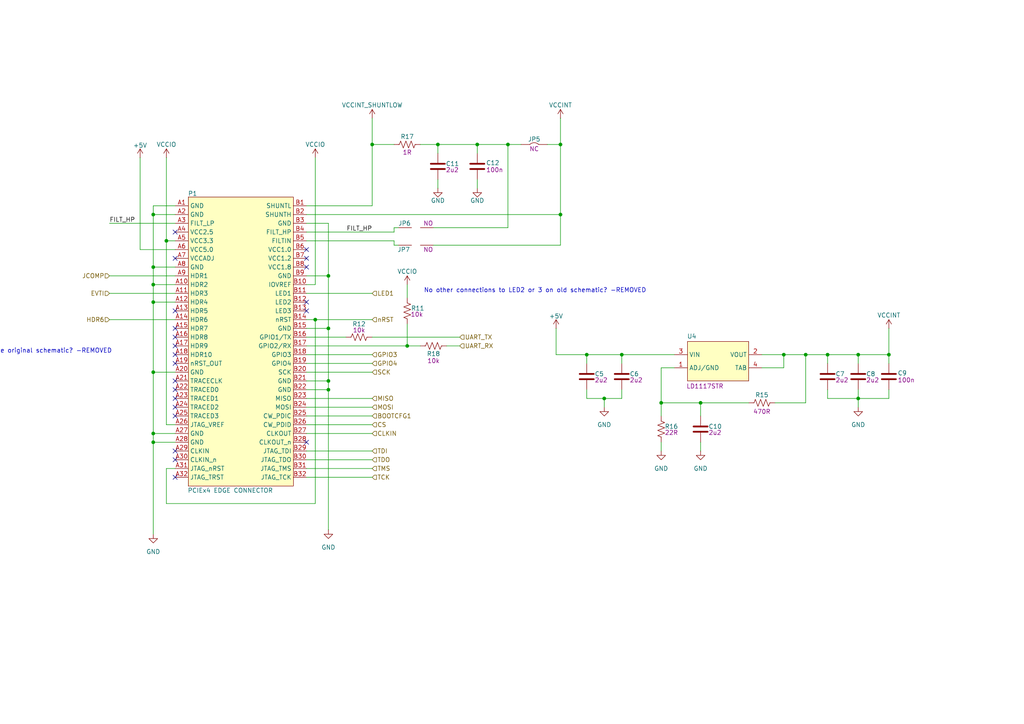
<source format=kicad_sch>
(kicad_sch (version 20231120) (generator "eeschema") (generator_version "8.0")
  (paper "A4")
  (lib_symbols
    (symbol "0603_Yageo_Res:RES_10k_0603" (pin_numbers hide)
      (property "Reference" "R" (at -20.32 5.08 0))
      (property "Display Value" "10k" (at 15.24 5.08 0))
      (symbol "RES_10k_0603_0_1"
        (polyline (pts (xy -2.286 0) (xy -2.54 0)))
        (polyline (pts (xy 2.286 0) (xy 2.54 0)))
        (polyline (pts (xy -2.286 0) (xy -1.905 1.016) (xy -1.524 0) (xy -1.143 -1.016) (xy -0.762 0)))
        (polyline (pts (xy -0.762 0) (xy -0.381 1.016) (xy 0 0) (xy 0.381 -1.016) (xy 0.762 0)))
        (polyline (pts (xy 0.762 0) (xy 1.143 1.016) (xy 1.524 0) (xy 1.905 -1.016) (xy 2.286 0)))
      )
      (symbol "RES_10k_0603_1_1"
        (pin passive line (at -3.81 0 0) (length 1.27) (name "~") (number "1"))
        (pin passive line (at 3.81 0 180) (length 1.27) (name "~") (number "2"))
      )
    )
    (symbol "0603_Yageo_Res:RES_22R_0603" (pin_numbers hide)
      (property "Reference" "R" (at -20.32 5.08 0))
      (property "Display Value" "22R" (at 15.24 5.08 0))
      (symbol "RES_22R_0603_0_1"
        (polyline (pts (xy -2.286 0) (xy -2.54 0)))
        (polyline (pts (xy 2.286 0) (xy 2.54 0)))
        (polyline (pts (xy -2.286 0) (xy -1.905 1.016) (xy -1.524 0) (xy -1.143 -1.016) (xy -0.762 0)))
        (polyline (pts (xy -0.762 0) (xy -0.381 1.016) (xy 0 0) (xy 0.381 -1.016) (xy 0.762 0)))
        (polyline (pts (xy 0.762 0) (xy 1.143 1.016) (xy 1.524 0) (xy 1.905 -1.016) (xy 2.286 0)))
      )
      (symbol "RES_22R_0603_1_1"
        (pin passive line (at -3.81 0 0) (length 1.27) (name "~") (number "1"))
        (pin passive line (at 3.81 0 180) (length 1.27) (name "~") (number "2"))
      )
    )
    (symbol "0603_Yageo_Res:RES_470R_0603" (pin_numbers hide)
      (property "Reference" "R" (at -20.32 5.08 0))
      (property "Display Value" "470R" (at 15.24 5.08 0))
      (symbol "RES_470R_0603_0_1"
        (polyline (pts (xy -2.286 0) (xy -2.54 0)))
        (polyline (pts (xy 2.286 0) (xy 2.54 0)))
        (polyline (pts (xy -2.286 0) (xy -1.905 1.016) (xy -1.524 0) (xy -1.143 -1.016) (xy -0.762 0)))
        (polyline (pts (xy -0.762 0) (xy -0.381 1.016) (xy 0 0) (xy 0.381 -1.016) (xy 0.762 0)))
        (polyline (pts (xy 0.762 0) (xy 1.143 1.016) (xy 1.524 0) (xy 1.905 -1.016) (xy 2.286 0)))
      )
      (symbol "RES_470R_0603_1_1"
        (pin passive line (at -3.81 0 0) (length 1.27) (name "~") (number "1"))
        (pin passive line (at 3.81 0 180) (length 1.27) (name "~") (number "2"))
      )
    )
    (symbol "nae_caps:CAP_100n_16V_0402" (pin_numbers hide)
      (property "Reference" "C" (at -20.32 5.08 0))
      (property "Display Value" "100n" (at 15.24 5.08 0))
      (symbol "CAP_100n_16V_0402_0_1"
        (polyline (pts (xy -0.762 -2.032) (xy -0.762 2.032)) (stroke (width 0.508)))
        (polyline (pts (xy 0.762 -2.032) (xy 0.762 2.032)) (stroke (width 0.508)))
      )
      (symbol "CAP_100n_16V_0402_1_1"
        (pin passive line (at -3.81 0 0) (length 2.794) (name "~") (number "1"))
        (pin passive line (at 3.81 0 180) (length 2.794) (name "~") (number "2"))
      )
    )
    (symbol "nae_caps:CAP_2u2_10V_0603" (pin_numbers hide)
      (property "Reference" "C" (at -20.32 5.08 0))
      (property "Display Value" "2u2" (at 15.24 5.08 0))
      (symbol "CAP_2u2_10V_0603_0_1"
        (polyline (pts (xy -0.762 -2.032) (xy -0.762 2.032)) (stroke (width 0.508)))
        (polyline (pts (xy 0.762 -2.032) (xy 0.762 2.032)) (stroke (width 0.508)))
      )
      (symbol "CAP_2u2_10V_0603_1_1"
        (pin passive line (at -3.81 0 0) (length 2.794) (name "~") (number "1"))
        (pin passive line (at 3.81 0 180) (length 2.794) (name "~") (number "2"))
      )
    )
    (symbol "power:GND" (power) (pin_numbers hide) (pin_names (offset 0) hide)
      (property "Value" "GND" (at 0 -3.81 0))
      (symbol "GND_0_1"
        (polyline (pts (xy 0 0) (xy 0 -1.27) (xy 1.27 -1.27) (xy 0 -2.54) (xy -1.27 -1.27) (xy 0 -1.27)))
      )
      (symbol "GND_1_1"
        (pin power_in line (at 0 0 270) (length 0) (name "~") (number "1"))
      )
    )
    (symbol "power:VCC" (power) (pin_numbers hide) (pin_names (offset 0) hide)
      (property "Value" "VCC" (at 0 3.556 0))
      (symbol "VCC_0_1"
        (polyline (pts (xy -0.762 1.27) (xy 0 2.54)))
        (polyline (pts (xy 0 0) (xy 0 2.54)))
        (polyline (pts (xy 0 2.54) (xy 0.762 1.27)))
      )
      (symbol "VCC_1_1"
        (pin power_in line (at 0 0 90) (length 0) (name "~") (number "1"))
      )
    )
    (symbol "tutorial_2_library:CW312T-Template" (in_bom no)
      (property "Reference" "P" (at -15.24 3.81 0))
      (property "Value" "PCIEx4 EDGE CONNECTOR " (at 3.81 3.81 0))
      (symbol "CW312T-Template_1_1"
        (rectangle (start -15.24 2.54) (end 15.24 -81.28) (fill (type background)))
        (pin unspecified line (at -19.05 0 0) (length 3.81) (name "GND") (number "A1"))
        (pin unspecified line (at -19.05 -22.86 0) (length 3.81) (name "HDR2") (number "A10"))
        (pin unspecified line (at -19.05 -25.4 0) (length 3.81) (name "HDR3") (number "A11"))
        (pin unspecified line (at -19.05 -27.94 0) (length 3.81) (name "HDR4") (number "A12"))
        (pin unspecified line (at -19.05 -30.48 0) (length 3.81) (name "HDR5") (number "A13"))
        (pin unspecified line (at -19.05 -33.02 0) (length 3.81) (name "HDR6") (number "A14"))
        (pin unspecified line (at -19.05 -35.56 0) (length 3.81) (name "HDR7") (number "A15"))
        (pin unspecified line (at -19.05 -38.1 0) (length 3.81) (name "HDR8") (number "A16"))
        (pin unspecified line (at -19.05 -40.64 0) (length 3.81) (name "HDR9") (number "A17"))
        (pin unspecified line (at -19.05 -43.18 0) (length 3.81) (name "HDR10") (number "A18"))
        (pin unspecified line (at -19.05 -45.72 0) (length 3.81) (name "nRST_OUT") (number "A19"))
        (pin unspecified line (at -19.05 -2.54 0) (length 3.81) (name "GND") (number "A2"))
        (pin unspecified line (at -19.05 -48.26 0) (length 3.81) (name "GND") (number "A20"))
        (pin unspecified line (at -19.05 -50.8 0) (length 3.81) (name "TRACECLK") (number "A21"))
        (pin unspecified line (at -19.05 -53.34 0) (length 3.81) (name "TRACED0") (number "A22"))
        (pin unspecified line (at -19.05 -55.88 0) (length 3.81) (name "TRACED1") (number "A23"))
        (pin unspecified line (at -19.05 -58.42 0) (length 3.81) (name "TRACED2") (number "A24"))
        (pin unspecified line (at -19.05 -60.96 0) (length 3.81) (name "TRACED3") (number "A25"))
        (pin unspecified line (at -19.05 -63.5 0) (length 3.81) (name "JTAG_VREF") (number "A26"))
        (pin unspecified line (at -19.05 -66.04 0) (length 3.81) (name "GND") (number "A27"))
        (pin unspecified line (at -19.05 -68.58 0) (length 3.81) (name "GND") (number "A28"))
        (pin unspecified line (at -19.05 -71.12 0) (length 3.81) (name "CLKIN") (number "A29"))
        (pin unspecified line (at -19.05 -5.08 0) (length 3.81) (name "FILT_LP") (number "A3"))
        (pin unspecified line (at -19.05 -73.66 0) (length 3.81) (name "CLKIN_n") (number "A30"))
        (pin unspecified line (at -19.05 -76.2 0) (length 3.81) (name "JTAG_nRST") (number "A31"))
        (pin unspecified line (at -19.05 -78.74 0) (length 3.81) (name "JTAG_TRST") (number "A32"))
        (pin unspecified line (at -19.05 -7.62 0) (length 3.81) (name "VCC2.5") (number "A4"))
        (pin unspecified line (at -19.05 -10.16 0) (length 3.81) (name "VCC3.3") (number "A5"))
        (pin unspecified line (at -19.05 -12.7 0) (length 3.81) (name "VCC5.0") (number "A6"))
        (pin unspecified line (at -19.05 -15.24 0) (length 3.81) (name "VCCADJ") (number "A7"))
        (pin unspecified line (at -19.05 -17.78 0) (length 3.81) (name "GND") (number "A8"))
        (pin unspecified line (at -19.05 -20.32 0) (length 3.81) (name "HDR1") (number "A9"))
        (pin unspecified line (at 19.05 0 180) (length 3.81) (name "SHUNTL") (number "B1"))
        (pin unspecified line (at 19.05 -22.86 180) (length 3.81) (name "IOVREF") (number "B10"))
        (pin unspecified line (at 19.05 -25.4 180) (length 3.81) (name "LED1") (number "B11"))
        (pin unspecified line (at 19.05 -27.94 180) (length 3.81) (name "LED2") (number "B12"))
        (pin unspecified line (at 19.05 -30.48 180) (length 3.81) (name "LED3") (number "B13"))
        (pin unspecified line (at 19.05 -33.02 180) (length 3.81) (name "nRST") (number "B14"))
        (pin unspecified line (at 19.05 -35.56 180) (length 3.81) (name "GND") (number "B15"))
        (pin unspecified line (at 19.05 -38.1 180) (length 3.81) (name "GPIO1/TX") (number "B16"))
        (pin unspecified line (at 19.05 -40.64 180) (length 3.81) (name "GPIO2/RX") (number "B17"))
        (pin unspecified line (at 19.05 -43.18 180) (length 3.81) (name "GPIO3") (number "B18"))
        (pin unspecified line (at 19.05 -45.72 180) (length 3.81) (name "GPIO4") (number "B19"))
        (pin unspecified line (at 19.05 -2.54 180) (length 3.81) (name "SHUNTH") (number "B2"))
        (pin unspecified line (at 19.05 -48.26 180) (length 3.81) (name "SCK") (number "B20"))
        (pin unspecified line (at 19.05 -50.8 180) (length 3.81) (name "GND") (number "B21"))
        (pin unspecified line (at 19.05 -53.34 180) (length 3.81) (name "GND") (number "B22"))
        (pin unspecified line (at 19.05 -55.88 180) (length 3.81) (name "MISO") (number "B23"))
        (pin unspecified line (at 19.05 -58.42 180) (length 3.81) (name "MOSI") (number "B24"))
        (pin unspecified line (at 19.05 -60.96 180) (length 3.81) (name "CW_PDIC") (number "B25"))
        (pin unspecified line (at 19.05 -63.5 180) (length 3.81) (name "CW_PDID") (number "B26"))
        (pin unspecified line (at 19.05 -66.04 180) (length 3.81) (name "CLKOUT") (number "B27"))
        (pin unspecified line (at 19.05 -68.58 180) (length 3.81) (name "CLKOUT_n") (number "B28"))
        (pin unspecified line (at 19.05 -71.12 180) (length 3.81) (name "JTAG_TDI") (number "B29"))
        (pin unspecified line (at 19.05 -5.08 180) (length 3.81) (name "GND") (number "B3"))
        (pin unspecified line (at 19.05 -73.66 180) (length 3.81) (name "JTAG_TDO") (number "B30"))
        (pin unspecified line (at 19.05 -76.2 180) (length 3.81) (name "JTAG_TMS") (number "B31"))
        (pin unspecified line (at 19.05 -78.74 180) (length 3.81) (name "JTAG_TCK") (number "B32"))
        (pin unspecified line (at 19.05 -7.62 180) (length 3.81) (name "FILT_HP") (number "B4"))
        (pin unspecified line (at 19.05 -10.16 180) (length 3.81) (name "FILTIN") (number "B5"))
        (pin unspecified line (at 19.05 -12.7 180) (length 3.81) (name "VCC1.0") (number "B6"))
        (pin unspecified line (at 19.05 -15.24 180) (length 3.81) (name "VCC1.2") (number "B7"))
        (pin unspecified line (at 19.05 -17.78 180) (length 3.81) (name "VCC1.8") (number "B8"))
        (pin unspecified line (at 19.05 -20.32 180) (length 3.81) (name "GND") (number "B9"))
      )
    )
    (symbol "tutorial_2_library:LD1117STR"
      (property "Reference" "U" (at -7.62 6.35 0))
      (property "Display Value" "LD1117STR" (at -2.54 -7.62 0))
      (symbol "LD1117STR_1_1"
        (rectangle (start -8.89 5.08) (end 8.89 -6.35) (fill (type background)))
        (pin unspecified line (at -12.7 -2.54 0) (length 3.81) (name "ADJ/GND") (number "1"))
        (pin unspecified line (at 12.7 1.27 180) (length 3.81) (name "VOUT") (number "2"))
        (pin unspecified line (at -12.7 1.27 0) (length 3.81) (name "VIN") (number "3"))
        (pin unspecified line (at 12.7 -2.54 180) (length 3.81) (name "TAB") (number "4"))
      )
    )
    (symbol "tutorial_2_library:RES_1R_0805" (pin_numbers hide)
      (property "Reference" "R" (at -20.32 5.08 0))
      (property "Display Value" "1R" (at 15.24 5.08 0))
      (symbol "RES_1R_0805_0_1"
        (polyline (pts (xy -2.286 0) (xy -2.54 0)))
        (polyline (pts (xy 2.286 0) (xy 2.54 0)))
        (polyline (pts (xy -2.286 0) (xy -1.905 1.016) (xy -1.524 0) (xy -1.143 -1.016) (xy -0.762 0)))
        (polyline (pts (xy -0.762 0) (xy -0.381 1.016) (xy 0 0) (xy 0.381 -1.016) (xy 0.762 0)))
        (polyline (pts (xy 0.762 0) (xy 1.143 1.016) (xy 1.524 0) (xy 1.905 -1.016) (xy 2.286 0)))
      )
      (symbol "RES_1R_0805_1_1"
        (pin passive line (at -3.81 0 0) (length 1.27) (name "~") (number "1"))
        (pin passive line (at 3.81 0 180) (length 1.27) (name "~") (number "2"))
      )
    )
    (symbol "tutorial_2_library:Solder_Jumper_2_NC" (pin_numbers hide)
      (property "Reference" "JP" (at -3.81 3.81 0))
      (property "Display Value" "NC" (at -3.81 0 0))
      (symbol "Solder_Jumper_2_NC_1_1"
        (arc (start 0 1.27) (mid -0.526 0) (end 0 -1.27))
        (pin unspecified line (at 0 3.81 270) (length 2.54) (name "") (number "1"))
        (pin unspecified line (at 0 -3.81 90) (length 2.54) (name "") (number "2"))
      )
    )
    (symbol "tutorial_2_library:Solder_Jumper_2_NO" (pin_numbers hide) (in_bom no)
      (property "Reference" "JP" (at 2.54 2.54 0))
      (property "Display Value" "NO" (at 2.54 0 0))
      (symbol "Solder_Jumper_2_NO_1_1"
        (pin unspecified line (at 0 -5.08 90) (length 3.81) (name "") (number "1"))
        (pin unspecified line (at 0 5.08 270) (length 3.81) (name "") (number "2"))
      )
    )
  )
  (junction (at 248.92 102.87))
  (junction (at 44.45 62.23))
  (junction (at 95.25 110.49))
  (junction (at 175.26 115.57))
  (junction (at 127 41.91))
  (junction (at 170.18 102.87))
  (junction (at 44.45 128.27))
  (junction (at 180.34 102.87))
  (junction (at 44.45 107.95))
  (junction (at 44.45 87.63))
  (junction (at 227.33 102.87))
  (junction (at 91.44 92.71))
  (junction (at 118.11 100.33))
  (junction (at 248.92 115.57))
  (junction (at 48.26 69.85))
  (junction (at 44.45 77.47))
  (junction (at 233.68 102.87))
  (junction (at 203.2 116.84))
  (junction (at 147.32 41.91))
  (junction (at 257.81 102.87))
  (junction (at 162.56 41.91))
  (junction (at 95.25 113.03))
  (junction (at 191.77 116.84))
  (junction (at 240.03 102.87))
  (junction (at 44.45 125.73))
  (junction (at 95.25 95.25))
  (junction (at 162.56 62.23))
  (junction (at 44.45 82.55))
  (junction (at 138.43 41.91))
  (junction (at 95.25 80.01))
  (junction (at 107.95 41.91))
  (no_connect (at 50.8 97.79))
  (no_connect (at 50.8 105.41))
  (no_connect (at 50.8 67.31))
  (no_connect (at 50.8 110.49))
  (no_connect (at 88.9 74.93))
  (no_connect (at 50.8 133.35))
  (no_connect (at 50.8 90.17))
  (no_connect (at 88.9 72.39))
  (no_connect (at 50.8 118.11))
  (no_connect (at 88.9 128.27))
  (no_connect (at 50.8 130.81))
  (no_connect (at 88.9 87.63))
  (no_connect (at 50.8 100.33))
  (no_connect (at 50.8 102.87))
  (no_connect (at 50.8 120.65))
  (no_connect (at 50.8 113.03))
  (no_connect (at 50.8 138.43))
  (no_connect (at 50.8 115.57))
  (no_connect (at 88.9 90.17))
  (no_connect (at 50.8 74.93))
  (no_connect (at 88.9 77.47))
  (no_connect (at 50.8 95.25))
  (wire (pts (xy 191.77 128.27) (xy 191.77 130.81)))
  (wire (pts (xy 127 52.07) (xy 127 54.61)))
  (wire (pts (xy 48.26 135.89) (xy 48.26 146.05)))
  (wire (pts (xy 95.25 110.49) (xy 95.25 113.03)))
  (wire (pts (xy 114.3 71.12) (xy 114.3 69.85)))
  (wire (pts (xy 191.77 116.84) (xy 203.2 116.84)))
  (wire (pts (xy 180.34 115.57) (xy 180.34 113.03)))
  (wire (pts (xy 248.92 115.57) (xy 248.92 113.03)))
  (wire (pts (xy 48.26 123.19) (xy 50.8 123.19)))
  (wire (pts (xy 227.33 102.87) (xy 220.98 102.87)))
  (wire (pts (xy 248.92 115.57) (xy 248.92 118.11)))
  (wire (pts (xy 114.3 71.12) (xy 115.57 71.12)))
  (wire (pts (xy 175.26 115.57) (xy 175.26 118.11)))
  (wire (pts (xy 95.25 113.03) (xy 95.25 153.67)))
  (wire (pts (xy 88.9 102.87) (xy 107.95 102.87)))
  (wire (pts (xy 88.9 113.03) (xy 95.25 113.03)))
  (wire (pts (xy 50.8 135.89) (xy 48.26 135.89)))
  (wire (pts (xy 44.45 107.95) (xy 44.45 125.73)))
  (wire (pts (xy 88.9 92.71) (xy 91.44 92.71)))
  (wire (pts (xy 40.64 45.72) (xy 40.64 72.39)))
  (wire (pts (xy 95.25 80.01) (xy 95.25 95.25)))
  (wire (pts (xy 191.77 106.68) (xy 191.77 116.84)))
  (wire (pts (xy 175.26 115.57) (xy 180.34 115.57)))
  (wire (pts (xy 44.45 125.73) (xy 50.8 125.73)))
  (wire (pts (xy 138.43 52.07) (xy 138.43 54.61)))
  (wire (pts (xy 44.45 125.73) (xy 44.45 128.27)))
  (wire (pts (xy 240.03 115.57) (xy 248.92 115.57)))
  (wire (pts (xy 44.45 128.27) (xy 44.45 154.94)))
  (wire (pts (xy 88.9 97.79) (xy 100.33 97.79)))
  (wire (pts (xy 114.3 66.04) (xy 115.57 66.04)))
  (wire (pts (xy 138.43 41.91) (xy 127 41.91)))
  (wire (pts (xy 88.9 125.73) (xy 107.95 125.73)))
  (wire (pts (xy 88.9 130.81) (xy 107.95 130.81)))
  (wire (pts (xy 161.29 95.25) (xy 161.29 102.87)))
  (wire (pts (xy 88.9 135.89) (xy 107.95 135.89)))
  (wire (pts (xy 147.32 41.91) (xy 138.43 41.91)))
  (wire (pts (xy 114.3 67.31) (xy 88.9 67.31)))
  (wire (pts (xy 44.45 59.69) (xy 44.45 62.23)))
  (wire (pts (xy 95.25 95.25) (xy 95.25 110.49)))
  (wire (pts (xy 88.9 120.65) (xy 107.95 120.65)))
  (wire (pts (xy 88.9 80.01) (xy 95.25 80.01)))
  (wire (pts (xy 107.95 41.91) (xy 107.95 59.69)))
  (wire (pts (xy 195.58 102.87) (xy 180.34 102.87)))
  (wire (pts (xy 170.18 102.87) (xy 180.34 102.87)))
  (wire (pts (xy 220.98 106.68) (xy 227.33 106.68)))
  (wire (pts (xy 44.45 107.95) (xy 50.8 107.95)))
  (wire (pts (xy 257.81 95.25) (xy 257.81 102.87)))
  (wire (pts (xy 162.56 62.23) (xy 162.56 71.12)))
  (wire (pts (xy 88.9 62.23) (xy 162.56 62.23)))
  (wire (pts (xy 91.44 146.05) (xy 91.44 92.71)))
  (wire (pts (xy 248.92 102.87) (xy 248.92 105.41)))
  (wire (pts (xy 118.11 100.33) (xy 121.92 100.33)))
  (wire (pts (xy 240.03 102.87) (xy 248.92 102.87)))
  (wire (pts (xy 88.9 115.57) (xy 107.95 115.57)))
  (wire (pts (xy 88.9 95.25) (xy 95.25 95.25)))
  (wire (pts (xy 88.9 59.69) (xy 107.95 59.69)))
  (wire (pts (xy 44.45 62.23) (xy 44.45 77.47)))
  (wire (pts (xy 48.26 69.85) (xy 50.8 69.85)))
  (wire (pts (xy 138.43 41.91) (xy 138.43 44.45)))
  (wire (pts (xy 44.45 59.69) (xy 50.8 59.69)))
  (wire (pts (xy 180.34 102.87) (xy 180.34 105.41)))
  (wire (pts (xy 88.9 85.09) (xy 107.95 85.09)))
  (wire (pts (xy 114.3 66.04) (xy 114.3 67.31)))
  (wire (pts (xy 88.9 105.41) (xy 107.95 105.41)))
  (wire (pts (xy 107.95 41.91) (xy 114.3 41.91)))
  (wire (pts (xy 88.9 118.11) (xy 107.95 118.11)))
  (wire (pts (xy 162.56 41.91) (xy 162.56 62.23)))
  (wire (pts (xy 170.18 102.87) (xy 170.18 105.41)))
  (wire (pts (xy 125.73 71.12) (xy 162.56 71.12)))
  (wire (pts (xy 31.75 80.01) (xy 50.8 80.01)))
  (wire (pts (xy 44.45 62.23) (xy 50.8 62.23)))
  (wire (pts (xy 88.9 123.19) (xy 107.95 123.19)))
  (wire (pts (xy 48.26 69.85) (xy 48.26 123.19)))
  (wire (pts (xy 203.2 116.84) (xy 217.17 116.84)))
  (wire (pts (xy 44.45 82.55) (xy 44.45 87.63)))
  (wire (pts (xy 118.11 93.98) (xy 118.11 100.33)))
  (wire (pts (xy 44.45 87.63) (xy 50.8 87.63)))
  (wire (pts (xy 44.45 87.63) (xy 44.45 107.95)))
  (wire (pts (xy 125.73 66.04) (xy 147.32 66.04)))
  (wire (pts (xy 88.9 133.35) (xy 107.95 133.35)))
  (wire (pts (xy 257.81 102.87) (xy 257.81 105.41)))
  (wire (pts (xy 88.9 82.55) (xy 91.44 82.55)))
  (wire (pts (xy 88.9 138.43) (xy 107.95 138.43)))
  (wire (pts (xy 44.45 77.47) (xy 44.45 82.55)))
  (wire (pts (xy 91.44 92.71) (xy 107.95 92.71)))
  (wire (pts (xy 147.32 41.91) (xy 151.13 41.91)))
  (wire (pts (xy 114.3 69.85) (xy 88.9 69.85)))
  (wire (pts (xy 248.92 115.57) (xy 257.81 115.57)))
  (wire (pts (xy 227.33 102.87) (xy 233.68 102.87)))
  (wire (pts (xy 248.92 102.87) (xy 257.81 102.87)))
  (wire (pts (xy 240.03 113.03) (xy 240.03 115.57)))
  (wire (pts (xy 88.9 107.95) (xy 107.95 107.95)))
  (wire (pts (xy 240.03 102.87) (xy 240.03 105.41)))
  (wire (pts (xy 158.75 41.91) (xy 162.56 41.91)))
  (wire (pts (xy 203.2 128.27) (xy 203.2 130.81)))
  (wire (pts (xy 195.58 106.68) (xy 191.77 106.68)))
  (wire (pts (xy 88.9 100.33) (xy 118.11 100.33)))
  (wire (pts (xy 257.81 115.57) (xy 257.81 113.03)))
  (wire (pts (xy 31.75 64.77) (xy 50.8 64.77)))
  (wire (pts (xy 191.77 116.84) (xy 191.77 120.65)))
  (wire (pts (xy 48.26 45.72) (xy 48.26 69.85)))
  (wire (pts (xy 31.75 92.71) (xy 50.8 92.71)))
  (wire (pts (xy 44.45 82.55) (xy 50.8 82.55)))
  (wire (pts (xy 170.18 113.03) (xy 170.18 115.57)))
  (wire (pts (xy 224.79 116.84) (xy 233.68 116.84)))
  (wire (pts (xy 48.26 146.05) (xy 91.44 146.05)))
  (wire (pts (xy 44.45 77.47) (xy 50.8 77.47)))
  (wire (pts (xy 50.8 72.39) (xy 40.64 72.39)))
  (wire (pts (xy 88.9 64.77) (xy 95.25 64.77)))
  (wire (pts (xy 162.56 34.29) (xy 162.56 41.91)))
  (wire (pts (xy 127 41.91) (xy 127 44.45)))
  (wire (pts (xy 121.92 41.91) (xy 127 41.91)))
  (wire (pts (xy 227.33 106.68) (xy 227.33 102.87)))
  (wire (pts (xy 170.18 102.87) (xy 161.29 102.87)))
  (wire (pts (xy 129.54 100.33) (xy 133.35 100.33)))
  (wire (pts (xy 147.32 66.04) (xy 147.32 41.91)))
  (wire (pts (xy 88.9 110.49) (xy 95.25 110.49)))
  (wire (pts (xy 107.95 34.29) (xy 107.95 41.91)))
  (wire (pts (xy 91.44 45.72) (xy 91.44 82.55)))
  (wire (pts (xy 203.2 116.84) (xy 203.2 120.65)))
  (wire (pts (xy 95.25 64.77) (xy 95.25 80.01)))
  (wire (pts (xy 107.95 97.79) (xy 133.35 97.79)))
  (wire (pts (xy 31.75 85.09) (xy 50.8 85.09)))
  (wire (pts (xy 233.68 116.84) (xy 233.68 102.87)))
  (wire (pts (xy 44.45 128.27) (xy 50.8 128.27)))
  (wire (pts (xy 118.11 82.55) (xy 118.11 86.36)))
  (wire (pts (xy 233.68 102.87) (xy 240.03 102.87)))
  (wire (pts (xy 170.18 115.57) (xy 175.26 115.57)))
  (text "No connections to the other hdrs on the original schematic? -REMOVED\n" (at -3.048 101.854 0) (effects (font (size 1.27 1.27))))
  (text "No other connections to LED2 or 3 on old schematic? -REMOVED\n\n" (at 155.194 85.344 0) (effects (font (size 1.27 1.27))))
  (label "FILT_HP" (at 107.95 67.31 180))
  (label "FILT_HP" (at 31.75 64.77 0))
  (hierarchical_label "LED1" (shape input) (at 107.95 85.09 0))
  (hierarchical_label "UART_RX" (shape input) (at 133.35 100.33 0))
  (hierarchical_label "CS" (shape input) (at 107.95 123.19 0))
  (hierarchical_label "TDO" (shape input) (at 107.95 133.35 0))
  (hierarchical_label "TMS" (shape input) (at 107.95 135.89 0))
  (hierarchical_label "TDI" (shape input) (at 107.95 130.81 0))
  (hierarchical_label "CLKIN" (shape input) (at 107.95 125.73 0))
  (hierarchical_label "BOOTCFG1" (shape input) (at 107.95 120.65 0))
  (hierarchical_label "HDR6" (shape input) (at 31.75 92.71 180))
  (hierarchical_label "GPIO3" (shape input) (at 107.95 102.87 0))
  (hierarchical_label "TCK" (shape input) (at 107.95 138.43 0))
  (hierarchical_label "GPIO4" (shape input) (at 107.95 105.41 0))
  (hierarchical_label "SCK" (shape input) (at 107.95 107.95 0))
  (hierarchical_label "nRST" (shape input) (at 107.95 92.71 0))
  (hierarchical_label "UART_TX" (shape input) (at 133.35 97.79 0))
  (hierarchical_label "MOSI" (shape input) (at 107.95 118.11 0))
  (hierarchical_label "EVTI" (shape input) (at 31.75 85.09 180))
  (hierarchical_label "JCOMP" (shape input) (at 31.75 80.01 180))
  (hierarchical_label "MISO" (shape input) (at 107.95 115.57 0))
  (symbol (lib_id "0603_Yageo_Res:RES_470R_0603") (at 220.98 116.84 0) (unit 1)
    (property "Reference" "R15" (at 220.98 114.554 0))
    (property "Value" "RES_470R_0603" (effects (hide yes)))
    (property "Footprint" "Resistor_SMD:R_0603_1608Metric" (effects (hide yes)))
    (property "Datasheet" "https://www.yageo.com/upload/media/product/products/datasheet/rchip/PYu-RC_Group_51_RoHS_L_12.pdf" (effects (hide yes)))
    (property "Description" "RES 470 OHM 1% 1/10W 0603" (effects (hide yes)))
    (property "Display Value" "470R" (at 220.98 119.38 0))
    (property "Manufacturer" "YAGEO" (effects (hide yes)))
    (property "Manufacturer Part Number" "RC0603FR-13470RL" (effects (hide yes)))
    (property "Supplier 1" "DigiKey" (effects (hide yes)))
    (property "Supplier 1 Part Number" "13-RC0603FR-13470RLCT-ND" (effects (hide yes)))
    (property "Supplier 2" "no_data" (effects (hide yes)))
    (property "Supplier 2 Part Number" "no_data" (effects (hide yes)))
  )
  (symbol (lib_id "nae_caps:CAP_2u2_10V_0603") (at 127 48.26 90) (unit 1)
    (property "Reference" "C11" (at 129.286 47.498 90) (effects (justify right)))
    (property "Value" "CAP_2u2_10V_0603" (effects (hide yes)))
    (property "Footprint" "Capacitor_SMD:C_0603_1608Metric" (effects (hide yes)))
    (property "Datasheet" "https://www.yageo.com/upload/media/product/productsearch/datasheet/mlcc/UPY-GPHC_X7R_6.3V-to-250V_24.pdf" (effects (hide yes)))
    (property "Description" "CAP CER 2.2UF 10V X7R 0603" (effects (hide yes)))
    (property "Display Value" "2u2" (at 129.286 49.276 90) (effects (justify right)))
    (property "Manufacturer" "YAGEO" (effects (hide yes)))
    (property "Manufacturer Part Number" "CC0603KPX7R6BB225" (effects (hide yes)))
    (property "Supplier 1" "DigiKey" (effects (hide yes)))
    (property "Supplier 1 Part Number" "13-CC0603KPX7R6BB225CT-ND" (effects (hide yes)))
    (property "Supplier 2" "no_data" (effects (hide yes)))
    (property "Supplier 2 Part Number" "no_data" (effects (hide yes)))
  )
  (symbol (lib_id "power:GND") (at 191.77 130.81 0) (unit 1)
    (property "Reference" "#PWR013" (effects (hide yes)))
    (property "Value" "GND" (at 191.77 135.89 0))
    (property "Description" "Power symbol creates a global label with name \"GND\" , ground" (effects (hide yes)))
  )
  (symbol (lib_id "power:GND") (at 138.43 54.61 0) (unit 1)
    (property "Reference" "#PWR08" (effects (hide yes)))
    (property "Value" "GND" (at 138.43 58.166 0))
    (property "Description" "Power symbol creates a global label with name \"GND\" , ground" (effects (hide yes)))
  )
  (symbol (lib_id "0603_Yageo_Res:RES_10k_0603") (at 118.11 90.17 90) (unit 1)
    (property "Reference" "R11" (at 121.158 89.408 90))
    (property "Value" "RES_10k_0603" (effects (hide yes)))
    (property "Footprint" "Resistor_SMD:R_0603_1608Metric" (effects (hide yes)))
    (property "Datasheet" "https://www.yageo.com/upload/media/product/products/datasheet/rchip/PYu-RC_Group_51_RoHS_L_12.pdf" (effects (hide yes)))
    (property "Description" "RES 10K OHM 1% 1/10W 0603" (effects (hide yes)))
    (property "Display Value" "10k" (at 120.904 91.186 90))
    (property "Manufacturer" "YAGEO" (effects (hide yes)))
    (property "Manufacturer Part Number" "RC0603FR-0710KL" (effects (hide yes)))
    (property "Supplier 1" "DigiKey" (effects (hide yes)))
    (property "Supplier 1 Part Number" "311-10.0KHRCT-ND" (effects (hide yes)))
    (property "Supplier 2" "no_data" (effects (hide yes)))
    (property "Supplier 2 Part Number" "no_data" (effects (hide yes)))
  )
  (symbol (lib_id "power:GND") (at 95.25 153.67 0) (unit 1)
    (property "Reference" "#PWR04" (effects (hide yes)))
    (property "Value" "GND" (at 95.25 158.75 0))
    (property "Description" "Power symbol creates a global label with name \"GND\" , ground" (effects (hide yes)))
  )
  (symbol (lib_id "power:VCC") (at 257.81 95.25 0) (unit 1)
    (property "Reference" "#PWR015" (effects (hide yes)))
    (property "Value" "VCCINT" (at 257.81 91.44 0))
    (property "Description" "Power symbol creates a global label with name \"VCC\"" (effects (hide yes)))
  )
  (symbol (lib_id "tutorial_2_library:RES_1R_0805") (at 118.11 41.91 0) (unit 1)
    (property "Reference" "R17" (at 118.11 39.624 0))
    (property "Value" "RES_1R_0805" (effects (hide yes)))
    (property "Footprint" "Resistor_SMD:R_0805_2012Metric" (effects (hide yes)))
    (property "Datasheet" "https://www.yageo.com/upload/media/product/products/datasheet/rchip/PYu-RC_Group_51_RoHS_L_12.pdf" (effects (hide yes)))
    (property "Description" "RES 1 OHM 1% 1/8W 0805" (effects (hide yes)))
    (property "Display Value" "1R" (at 118.11 44.196 0))
    (property "Manufacturer" "YAGEO" (effects (hide yes)))
    (property "Manufacturer Part Number" "RC0805FR-071RL" (effects (hide yes)))
    (property "Supplier 1" "DigiKey" (effects (hide yes)))
    (property "Supplier 1 Part Number" "311-1.00CRCT-ND" (effects (hide yes)))
  )
  (symbol (lib_id "0603_Yageo_Res:RES_22R_0603") (at 191.77 124.46 90) (unit 1)
    (property "Reference" "R16" (at 192.786 123.698 90) (effects (justify right)))
    (property "Value" "RES_22R_0603" (effects (hide yes)))
    (property "Footprint" "Resistor_SMD:R_0603_1608Metric" (effects (hide yes)))
    (property "Datasheet" "https://www.yageo.com/upload/media/product/products/datasheet/rchip/PYu-RC_Group_51_RoHS_L_12.pdf" (effects (hide yes)))
    (property "Description" "RES 22 OHM 1% 1/10W 0603" (effects (hide yes)))
    (property "Display Value" "22R" (at 192.786 125.476 90) (effects (justify right)))
    (property "Manufacturer" "YAGEO" (effects (hide yes)))
    (property "Manufacturer Part Number" "RC0603FR-0722RL" (effects (hide yes)))
    (property "Supplier 1" "DigiKey" (effects (hide yes)))
    (property "Supplier 1 Part Number" "311-22.0HRCT-ND" (effects (hide yes)))
    (property "Supplier 2" "no_data" (effects (hide yes)))
    (property "Supplier 2 Part Number" "no_data" (effects (hide yes)))
  )
  (symbol (lib_id "power:GND") (at 44.45 154.94 0) (unit 1)
    (property "Reference" "#PWR03" (effects (hide yes)))
    (property "Value" "GND" (at 44.45 160.02 0))
    (property "Description" "Power symbol creates a global label with name \"GND\" , ground" (effects (hide yes)))
  )
  (symbol (lib_id "tutorial_2_library:Solder_Jumper_2_NO") (at 120.65 66.04 90) (unit 1) (in_bom no)
    (property "Reference" "JP6" (at 117.348 64.77 90))
    (property "Footprint" "Jumper:SolderJumper-2_P1.3mm_Open_Pad1.0x1.5mm" (effects (hide yes)))
    (property "Display Value" "NO" (at 124.206 64.77 90))
  )
  (symbol (lib_id "power:VCC") (at 107.95 34.29 0) (unit 1)
    (property "Reference" "#PWR010" (effects (hide yes)))
    (property "Value" "VCCINT_SHUNTLOW" (at 107.95 30.48 0))
    (property "Description" "Power symbol creates a global label with name \"VCC\"" (effects (hide yes)))
  )
  (symbol (lib_id "tutorial_2_library:Solder_Jumper_2_NC") (at 154.94 41.91 270) (unit 1)
    (property "Reference" "JP5" (at 154.94 40.386 90))
    (property "Footprint" "Jumper:SolderJumper-2_P1.3mm_Bridged2Bar_Pad1.0x1.5mm" (effects (hide yes)))
    (property "Display Value" "NC" (at 154.94 43.18 90))
  )
  (symbol (lib_id "nae_caps:CAP_2u2_10V_0603") (at 248.92 109.22 90) (unit 1)
    (property "Reference" "C8" (at 251.206 108.458 90) (effects (justify right)))
    (property "Value" "CAP_2u2_10V_0603" (effects (hide yes)))
    (property "Footprint" "Capacitor_SMD:C_0603_1608Metric" (effects (hide yes)))
    (property "Datasheet" "https://www.yageo.com/upload/media/product/productsearch/datasheet/mlcc/UPY-GPHC_X7R_6.3V-to-250V_24.pdf" (effects (hide yes)))
    (property "Description" "CAP CER 2.2UF 10V X7R 0603" (effects (hide yes)))
    (property "Display Value" "2u2" (at 251.206 110.236 90) (effects (justify right)))
    (property "Manufacturer" "YAGEO" (effects (hide yes)))
    (property "Manufacturer Part Number" "CC0603KPX7R6BB225" (effects (hide yes)))
    (property "Supplier 1" "DigiKey" (effects (hide yes)))
    (property "Supplier 1 Part Number" "13-CC0603KPX7R6BB225CT-ND" (effects (hide yes)))
    (property "Supplier 2" "no_data" (effects (hide yes)))
    (property "Supplier 2 Part Number" "no_data" (effects (hide yes)))
  )
  (symbol (lib_id "nae_caps:CAP_100n_16V_0402") (at 257.81 109.22 90) (unit 1)
    (property "Reference" "C9" (at 260.35 108.204 90) (effects (justify right)))
    (property "Value" "CAP_100n_16V_0402" (effects (hide yes)))
    (property "Footprint" "Capacitor_SMD:C_0402_1005Metric" (effects (hide yes)))
    (property "Datasheet" "https://www.yageo.com/upload/media/product/productsearch/datasheet/mlcc/UPY-GPHC_X7R_6.3V-to-250V_24.pdf" (effects (hide yes)))
    (property "Description" "CAP CER 0.1UF 16V X7R 0402" (effects (hide yes)))
    (property "Display Value" "100n" (at 260.35 110.236 90) (effects (justify right)))
    (property "Manufacturer" "YAGEO" (effects (hide yes)))
    (property "Manufacturer Part Number" "CC0402KRX7R7BB104" (effects (hide yes)))
    (property "Supplier 1" "DigiKey" (effects (hide yes)))
    (property "Supplier 1 Part Number" "311-1338-1-ND" (effects (hide yes)))
  )
  (symbol (lib_id "tutorial_2_library:LD1117STR") (at 208.28 104.14 0) (unit 1)
    (property "Reference" "U4" (at 200.66 97.536 0))
    (property "Value" "LD1117STR" (effects (hide yes)))
    (property "Footprint" "Package_TO_SOT_SMD:SOT-223" (effects (hide yes)))
    (property "Datasheet" "https://www.st.com/content/ccc/resource/technical/document/datasheet/99/3b/7d/91/91/51/4b/be/CD00000544.pdf/files/CD00000544.pdf/jcr:content/translations/en.CD00000544.pdf" (effects (hide yes)))
    (property "Description" "IC REG LIN POS ADJ 800MA SOT223" (effects (hide yes)))
    (property "Display Value" "LD1117STR" (at 204.47 112.014 0))
    (property "Manufacturer" "STMicroelectronics" (effects (hide yes)))
    (property "Manufacturer Part Number" "LD1117STR" (effects (hide yes)))
    (property "Supplier 1" "DigiKey" (effects (hide yes)))
    (property "Supplier 1 Part Number" "497-1244-1-ND" (effects (hide yes)))
  )
  (symbol (lib_id "power:VCC") (at 162.56 34.29 0) (unit 1)
    (property "Reference" "#PWR09" (effects (hide yes)))
    (property "Value" "VCCINT" (at 162.56 30.48 0))
    (property "Description" "Power symbol creates a global label with name \"VCC\"" (effects (hide yes)))
  )
  (symbol (lib_id "0603_Yageo_Res:RES_10k_0603") (at 125.73 100.33 0) (unit 1)
    (property "Reference" "R18" (at 125.73 102.616 0))
    (property "Value" "RES_10k_0603" (effects (hide yes)))
    (property "Footprint" "Resistor_SMD:R_0603_1608Metric" (effects (hide yes)))
    (property "Datasheet" "https://www.yageo.com/upload/media/product/products/datasheet/rchip/PYu-RC_Group_51_RoHS_L_12.pdf" (effects (hide yes)))
    (property "Description" "RES 10K OHM 1% 1/10W 0603" (effects (hide yes)))
    (property "Display Value" "10k" (at 125.73 104.648 0))
    (property "Manufacturer" "YAGEO" (effects (hide yes)))
    (property "Manufacturer Part Number" "RC0603FR-0710KL" (effects (hide yes)))
    (property "Supplier 1" "DigiKey" (effects (hide yes)))
    (property "Supplier 1 Part Number" "311-10.0KHRCT-ND" (effects (hide yes)))
    (property "Supplier 2" "no_data" (effects (hide yes)))
    (property "Supplier 2 Part Number" "no_data" (effects (hide yes)))
  )
  (symbol (lib_id "nae_caps:CAP_2u2_10V_0603") (at 180.34 109.22 90) (unit 1)
    (property "Reference" "C6" (at 182.626 108.458 90) (effects (justify right)))
    (property "Value" "CAP_2u2_10V_0603" (effects (hide yes)))
    (property "Footprint" "Capacitor_SMD:C_0603_1608Metric" (effects (hide yes)))
    (property "Datasheet" "https://www.yageo.com/upload/media/product/productsearch/datasheet/mlcc/UPY-GPHC_X7R_6.3V-to-250V_24.pdf" (effects (hide yes)))
    (property "Description" "CAP CER 2.2UF 10V X7R 0603" (effects (hide yes)))
    (property "Display Value" "2u2" (at 182.626 110.236 90) (effects (justify right)))
    (property "Manufacturer" "YAGEO" (effects (hide yes)))
    (property "Manufacturer Part Number" "CC0603KPX7R6BB225" (effects (hide yes)))
    (property "Supplier 1" "DigiKey" (effects (hide yes)))
    (property "Supplier 1 Part Number" "13-CC0603KPX7R6BB225CT-ND" (effects (hide yes)))
    (property "Supplier 2" "no_data" (effects (hide yes)))
    (property "Supplier 2 Part Number" "no_data" (effects (hide yes)))
  )
  (symbol (lib_id "power:VCC") (at 91.44 45.72 0) (unit 1)
    (property "Reference" "#PWR05" (effects (hide yes)))
    (property "Value" "VCCIO" (at 91.44 41.91 0))
    (property "Description" "Power symbol creates a global label with name \"VCC\"" (effects (hide yes)))
  )
  (symbol (lib_id "tutorial_2_library:Solder_Jumper_2_NO") (at 120.65 71.12 90) (unit 1) (in_bom no)
    (property "Reference" "JP7" (at 117.094 72.39 90))
    (property "Footprint" "Jumper:SolderJumper-2_P1.3mm_Open_Pad1.0x1.5mm" (effects (hide yes)))
    (property "Display Value" "NO" (at 124.206 72.39 90))
  )
  (symbol (lib_id "power:VCC") (at 40.64 45.72 0) (unit 1)
    (property "Reference" "#PWR06" (effects (hide yes)))
    (property "Value" "+5V" (at 40.64 42.164 0))
    (property "Description" "Power symbol creates a global label with name \"VCC\"" (effects (hide yes)))
  )
  (symbol (lib_id "power:VCC") (at 118.11 82.55 0) (unit 1)
    (property "Reference" "#PWR01" (effects (hide yes)))
    (property "Value" "VCCIO" (at 118.11 78.74 0))
    (property "Description" "Power symbol creates a global label with name \"VCC\"" (effects (hide yes)))
  )
  (symbol (lib_id "tutorial_2_library:CW312T-Template") (at 69.85 59.69 0) (unit 1) (in_bom no)
    (property "Reference" "P1" (at 55.88 56.134 0))
    (property "Value" "PCIEx4 EDGE CONNECTOR" (at 66.802 142.24 0))
    (property "Footprint" "tutorial_2_library:CW312_Template" (effects (hide yes)))
    (property "Description" "BOARD AND EDGE CONNECTOR TEMPLATE FOR CW312 TARGETS" (effects (hide yes)))
  )
  (symbol (lib_id "0603_Yageo_Res:RES_10k_0603") (at 104.14 97.79 0) (unit 1)
    (property "Reference" "R12" (at 104.14 93.98 0))
    (property "Value" "RES_10k_0603" (effects (hide yes)))
    (property "Footprint" "Resistor_SMD:R_0603_1608Metric" (effects (hide yes)))
    (property "Datasheet" "https://www.yageo.com/upload/media/product/products/datasheet/rchip/PYu-RC_Group_51_RoHS_L_12.pdf" (effects (hide yes)))
    (property "Description" "RES 10K OHM 1% 1/10W 0603" (effects (hide yes)))
    (property "Display Value" "10k" (at 104.14 95.758 0))
    (property "Manufacturer" "YAGEO" (effects (hide yes)))
    (property "Manufacturer Part Number" "RC0603FR-0710KL" (effects (hide yes)))
    (property "Supplier 1" "DigiKey" (effects (hide yes)))
    (property "Supplier 1 Part Number" "311-10.0KHRCT-ND" (effects (hide yes)))
    (property "Supplier 2" "no_data" (effects (hide yes)))
    (property "Supplier 2 Part Number" "no_data" (effects (hide yes)))
  )
  (symbol (lib_id "power:VCC") (at 48.26 45.72 0) (unit 1)
    (property "Reference" "#PWR02" (effects (hide yes)))
    (property "Value" "VCCIO" (at 48.26 41.91 0))
    (property "Description" "Power symbol creates a global label with name \"VCC\"" (effects (hide yes)))
  )
  (symbol (lib_id "power:GND") (at 127 54.61 0) (unit 1)
    (property "Reference" "#PWR07" (effects (hide yes)))
    (property "Value" "GND" (at 127 58.166 0))
    (property "Description" "Power symbol creates a global label with name \"GND\" , ground" (effects (hide yes)))
  )
  (symbol (lib_id "power:VCC") (at 161.29 95.25 0) (unit 1)
    (property "Reference" "#PWR011" (effects (hide yes)))
    (property "Value" "+5V" (at 161.29 91.694 0))
    (property "Description" "Power symbol creates a global label with name \"VCC\"" (effects (hide yes)))
  )
  (symbol (lib_id "nae_caps:CAP_2u2_10V_0603") (at 240.03 109.22 90) (unit 1)
    (property "Reference" "C7" (at 242.316 108.458 90) (effects (justify right)))
    (property "Value" "CAP_2u2_10V_0603" (effects (hide yes)))
    (property "Footprint" "Capacitor_SMD:C_0603_1608Metric" (effects (hide yes)))
    (property "Datasheet" "https://www.yageo.com/upload/media/product/productsearch/datasheet/mlcc/UPY-GPHC_X7R_6.3V-to-250V_24.pdf" (effects (hide yes)))
    (property "Description" "CAP CER 2.2UF 10V X7R 0603" (effects (hide yes)))
    (property "Display Value" "2u2" (at 242.316 110.236 90) (effects (justify right)))
    (property "Manufacturer" "YAGEO" (effects (hide yes)))
    (property "Manufacturer Part Number" "CC0603KPX7R6BB225" (effects (hide yes)))
    (property "Supplier 1" "DigiKey" (effects (hide yes)))
    (property "Supplier 1 Part Number" "13-CC0603KPX7R6BB225CT-ND" (effects (hide yes)))
    (property "Supplier 2" "no_data" (effects (hide yes)))
    (property "Supplier 2 Part Number" "no_data" (effects (hide yes)))
  )
  (symbol (lib_id "nae_caps:CAP_2u2_10V_0603") (at 170.18 109.22 90) (unit 1)
    (property "Reference" "C5" (at 172.466 108.458 90) (effects (justify right)))
    (property "Value" "CAP_2u2_10V_0603" (effects (hide yes)))
    (property "Footprint" "Capacitor_SMD:C_0603_1608Metric" (effects (hide yes)))
    (property "Datasheet" "https://www.yageo.com/upload/media/product/productsearch/datasheet/mlcc/UPY-GPHC_X7R_6.3V-to-250V_24.pdf" (effects (hide yes)))
    (property "Description" "CAP CER 2.2UF 10V X7R 0603" (effects (hide yes)))
    (property "Display Value" "2u2" (at 172.466 110.236 90) (effects (justify right)))
    (property "Manufacturer" "YAGEO" (effects (hide yes)))
    (property "Manufacturer Part Number" "CC0603KPX7R6BB225" (effects (hide yes)))
    (property "Supplier 1" "DigiKey" (effects (hide yes)))
    (property "Supplier 1 Part Number" "13-CC0603KPX7R6BB225CT-ND" (effects (hide yes)))
    (property "Supplier 2" "no_data" (effects (hide yes)))
    (property "Supplier 2 Part Number" "no_data" (effects (hide yes)))
  )
  (symbol (lib_id "nae_caps:CAP_100n_16V_0402") (at 138.43 48.26 90) (unit 1)
    (property "Reference" "C12" (at 140.97 47.244 90) (effects (justify right)))
    (property "Value" "CAP_100n_16V_0402" (effects (hide yes)))
    (property "Footprint" "Capacitor_SMD:C_0402_1005Metric" (effects (hide yes)))
    (property "Datasheet" "https://www.yageo.com/upload/media/product/productsearch/datasheet/mlcc/UPY-GPHC_X7R_6.3V-to-250V_24.pdf" (effects (hide yes)))
    (property "Description" "CAP CER 0.1UF 16V X7R 0402" (effects (hide yes)))
    (property "Display Value" "100n" (at 140.97 49.276 90) (effects (justify right)))
    (property "Manufacturer" "YAGEO" (effects (hide yes)))
    (property "Manufacturer Part Number" "CC0402KRX7R7BB104" (effects (hide yes)))
    (property "Supplier 1" "DigiKey" (effects (hide yes)))
    (property "Supplier 1 Part Number" "311-1338-1-ND" (effects (hide yes)))
  )
  (symbol (lib_id "power:GND") (at 175.26 118.11 0) (unit 1)
    (property "Reference" "#PWR012" (effects (hide yes)))
    (property "Value" "GND" (at 175.26 123.19 0))
    (property "Description" "Power symbol creates a global label with name \"GND\" , ground" (effects (hide yes)))
  )
  (symbol (lib_id "power:GND") (at 248.92 118.11 0) (unit 1)
    (property "Reference" "#PWR016" (effects (hide yes)))
    (property "Value" "GND" (at 248.92 123.19 0))
    (property "Description" "Power symbol creates a global label with name \"GND\" , ground" (effects (hide yes)))
  )
  (symbol (lib_id "nae_caps:CAP_2u2_10V_0603") (at 203.2 124.46 90) (unit 1)
    (property "Reference" "C10" (at 205.486 123.698 90) (effects (justify right)))
    (property "Value" "CAP_2u2_10V_0603" (effects (hide yes)))
    (property "Footprint" "Capacitor_SMD:C_0603_1608Metric" (effects (hide yes)))
    (property "Datasheet" "https://www.yageo.com/upload/media/product/productsearch/datasheet/mlcc/UPY-GPHC_X7R_6.3V-to-250V_24.pdf" (effects (hide yes)))
    (property "Description" "CAP CER 2.2UF 10V X7R 0603" (effects (hide yes)))
    (property "Display Value" "2u2" (at 205.486 125.476 90) (effects (justify right)))
    (property "Manufacturer" "YAGEO" (effects (hide yes)))
    (property "Manufacturer Part Number" "CC0603KPX7R6BB225" (effects (hide yes)))
    (property "Supplier 1" "DigiKey" (effects (hide yes)))
    (property "Supplier 1 Part Number" "13-CC0603KPX7R6BB225CT-ND" (effects (hide yes)))
    (property "Supplier 2" "no_data" (effects (hide yes)))
    (property "Supplier 2 Part Number" "no_data" (effects (hide yes)))
  )
  (symbol (lib_id "power:GND") (at 203.2 130.81 0) (unit 1)
    (property "Reference" "#PWR014" (effects (hide yes)))
    (property "Value" "GND" (at 203.2 135.89 0))
    (property "Description" "Power symbol creates a global label with name \"GND\" , ground" (effects (hide yes)))
  )
)
</source>
